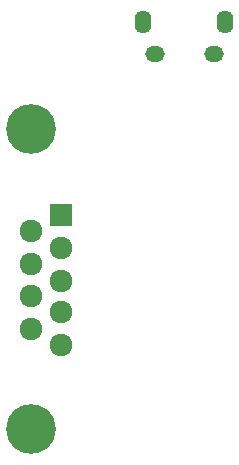
<source format=gbs>
G04 #@! TF.FileFunction,Soldermask,Bot*
%FSLAX46Y46*%
G04 Gerber Fmt 4.6, Leading zero omitted, Abs format (unit mm)*
G04 Created by KiCad (PCBNEW 4.0.2-stable) date Wed 04 May 2016 04:46:57 PM EDT*
%MOMM*%
G01*
G04 APERTURE LIST*
%ADD10C,0.100000*%
%ADD11C,4.210000*%
%ADD12R,1.924000X1.924000*%
%ADD13C,1.924000*%
%ADD14O,1.650000X1.350000*%
%ADD15O,1.400000X1.950000*%
G04 APERTURE END LIST*
D10*
D11*
X144000000Y-81903000D03*
X144000000Y-107303000D03*
D12*
X146540000Y-89142000D03*
D13*
X146540000Y-91936000D03*
X146540000Y-94730000D03*
X146540000Y-97397000D03*
X146540000Y-100191000D03*
X144000000Y-98794000D03*
X144000000Y-96000000D03*
X144000000Y-93333000D03*
X144000000Y-90539000D03*
D14*
X159500900Y-75562540D03*
X154500900Y-75562540D03*
D15*
X160500900Y-72862540D03*
X153500900Y-72862540D03*
M02*

</source>
